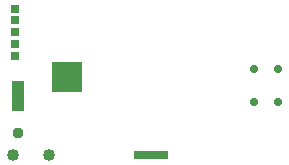
<source format=gbr>
G04 EAGLE Gerber RS-274X export*
G75*
%MOMM*%
%FSLAX34Y34*%
%LPD*%
%INSoldermask Bottom*%
%IPPOS*%
%AMOC8*
5,1,8,0,0,1.08239X$1,22.5*%
G01*
G04 Define Apertures*
%ADD10C,0.708000*%
%ADD11C,0.958000*%
%ADD12R,1.000000X2.500000*%
%ADD13C,1.016000*%
%ADD14R,0.800000X0.800000*%
%ADD15R,2.540000X2.540000*%
%ADD16R,3.000000X0.800000*%
D10*
X214500Y52100D03*
X234500Y52100D03*
D11*
X14700Y25800D03*
D12*
X14700Y56800D03*
D10*
X234500Y79600D03*
X214500Y79600D03*
D13*
X10000Y7000D03*
X40500Y7000D03*
D14*
X11500Y91000D03*
X11500Y111000D03*
X11500Y101000D03*
X11500Y121000D03*
X11500Y131000D03*
D15*
X55900Y73400D03*
D16*
X127000Y6900D03*
M02*

</source>
